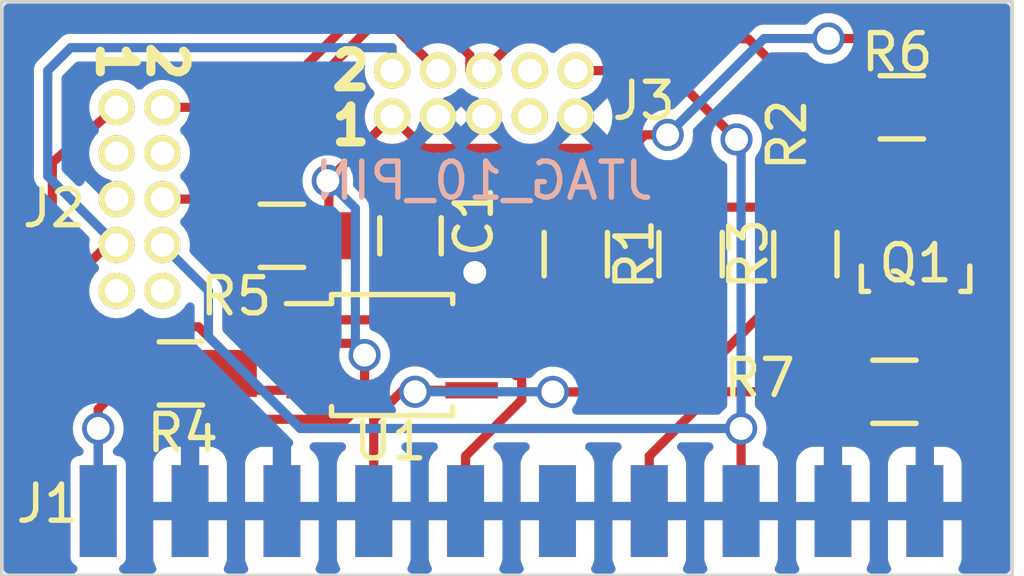
<source format=kicad_pcb>
(kicad_pcb (version 20221018) (generator pcbnew)
  (layers (0 "F.Cu" signal) (31 "B.Cu" signal) (34 "B.Paste" user) (35 "F.Paste" user) (36 "B.SilkS" user "B.Silkscreen") (37 "F.SilkS" user "F.Silkscreen") (38 "B.Mask" user) (39 "F.Mask" user) (44 "Edge.Cuts" user))
  (net 0 "")
  (net 1 "GND")
  (net 2 "Net-(J1-Pad3)")
  (net 3 "Net-(J1-Pad5)")
  (net 4 "Net-(J1-Pad11)")
  (net 5 "Net-(J1-Pad17)")
  (net 6 "3V3")
  (net 7 "Net-(J2-Pad4)")
  (net 8 "Net-(J2-Pad3)")
  (net 9 "Net-(J2-Pad9)")
  (net 10 "Net-(J2-Pad10)")
  (net 11 "Net-(J3-Pad8)")
  (net 12 "Net-(J3-Pad7)")
  (net 13 "/VREF")
  (net 14 "/ST_SDA")
  (net 15 "/ST_SCL")
  (net 16 "ST_SWO")
  (net 17 "/NRST")
  (net 18 "T_SWO")
  (net 19 "VCC")
  (net 20 "/T_SCL")
  (net 21 "/T_SDA")
  (net 22 "/EN")
  (footprint "Capacitors_SMD:C_0805_HandSoldering" (layer "F.Cu") (at 147.828 101.092 -90)
    (fp_text reference "C1" (at -0.4064 -1.7526 270) (layer "F.SilkS"))
    (fp_text value "0.1 uF")
    (fp_line (start -0.5 0.85) (end 0.5 0.85) (stroke (width 0.15)) (layer "F.SilkS"))
    (fp_line (start 0.5 -0.85) (end -0.5 -0.85) (stroke (width 0.15)) (layer "F.SilkS"))
    (pad "1" smd rect (at -1.25 0 270) (size 1.5 1.25) (layers "F.Cu" "F.Paste" "F.Mask") (net 6 "3V3"))
    (pad "2" smd rect (at 1.25 0 270) (size 1.5 1.25) (layers "F.Cu" "F.Paste" "F.Mask") (net 1 "GND"))
  )
  (footprint "NQBit:EDGE_CONNECTOR_2x10_2.54MM" (layer "F.Cu") (at 149.352 108.712)
    (fp_text reference "J1" (at -11.557 -0.2032) (layer "F.SilkS"))
    (fp_text value "JTAG_STLINKV2" hide)
    (pad "1" connect rect (at -10.16 0) (size 1.02 2.54) (layers "F.Cu" "F.Mask") (net 13 "/VREF"))
    (pad "2" connect rect (at -10.16 0) (size 1.02 2.54) (layers "B.Cu" "B.Mask") (net 13 "/VREF"))
    (pad "3" connect rect (at -7.62 0) (size 1.02 2.54) (layers "F.Cu" "F.Mask") (net 2 "Net-(J1-Pad3)"))
    (pad "4" connect rect (at -7.62 0) (size 1.02 2.54) (layers "B.Cu" "B.Mask") (net 1 "GND"))
    (pad "5" connect rect (at -5.08 0) (size 1.02 2.54) (layers "F.Cu" "F.Mask") (net 3 "Net-(J1-Pad5)"))
    (pad "6" connect rect (at -5.08 0) (size 1.02 2.54) (layers "B.Cu" "B.Mask") (net 1 "GND"))
    (pad "7" connect rect (at -2.54 0) (size 1.02 2.54) (layers "F.Cu" "F.Mask") (net 14 "/ST_SDA"))
    (pad "8" connect rect (at -2.54 0) (size 1.02 2.54) (layers "B.Cu" "B.Mask") (net 1 "GND"))
    (pad "9" connect rect (at 0 0) (size 1.02 2.54) (layers "F.Cu" "F.Mask") (net 15 "/ST_SCL"))
    (pad "10" connect rect (at 0 0) (size 1.02 2.54) (layers "B.Cu" "B.Mask") (net 1 "GND"))
    (pad "11" connect rect (at 2.54 0) (size 1.02 2.54) (layers "F.Cu" "F.Mask") (net 4 "Net-(J1-Pad11)"))
    (pad "12" connect rect (at 2.54 0) (size 1.02 2.54) (layers "B.Cu" "B.Mask") (net 1 "GND"))
    (pad "13" connect rect (at 5.08 0) (size 1.02 2.54) (layers "F.Cu" "F.Mask") (net 16 "ST_SWO"))
    (pad "14" connect rect (at 5.08 0) (size 1.02 2.54) (layers "B.Cu" "B.Mask") (net 1 "GND"))
    (pad "15" connect rect (at 7.62 0) (size 1.02 2.54) (layers "F.Cu" "F.Mask") (net 17 "/NRST"))
    (pad "16" connect rect (at 7.62 0) (size 1.02 2.54) (layers "B.Cu" "B.Mask") (net 1 "GND"))
    (pad "17" connect rect (at 10.16 0) (size 1.02 2.54) (layers "F.Cu" "F.Mask") (net 5 "Net-(J1-Pad17)"))
    (pad "18" connect rect (at 10.16 0) (size 1.02 2.54) (layers "B.Cu" "B.Mask") (net 1 "GND"))
    (pad "19" connect rect (at 12.7 0) (size 1.02 2.54) (layers "F.Cu" "F.Mask") (net 6 "3V3"))
    (pad "20" connect rect (at 12.7 0) (size 1.02 2.54) (layers "B.Cu" "B.Mask") (net 1 "GND"))
  )
  (footprint "NQBit:HEADER_PTH_MALE_2x5_1.27MM" (layer "F.Cu") (at 140.97 100.076 -90)
    (fp_text reference "J2" (at 0.254 2.9972) (layer "F.SilkS"))
    (fp_text value "PACKET_TRACE_PORT" hide)
    (pad "1" thru_hole circle (at -2.54 1.27 270) (size 1 1) (drill 0.65) (layers "*.Cu" "*.Mask" "F.SilkS") (net 19 "VCC"))
    (pad "2" thru_hole circle (at -2.54 0 270) (size 1 1) (drill 0.65) (layers "*.Cu" "*.Mask" "F.SilkS") (net 18 "T_SWO"))
    (pad "3" thru_hole circle (at -1.27 1.27 270) (size 1 1) (drill 0.65) (layers "*.Cu" "*.Mask" "F.SilkS") (net 8 "Net-(J2-Pad3)"))
    (pad "4" thru_hole circle (at -1.27 0 270) (size 1 1) (drill 0.65) (layers "*.Cu" "*.Mask" "F.SilkS") (net 7 "Net-(J2-Pad4)"))
    (pad "5" thru_hole circle (at 0 1.27 270) (size 1 1) (drill 0.65) (layers "*.Cu" "*.Mask" "F.SilkS") (net 1 "GND"))
    (pad "6" thru_hole circle (at 0 0 270) (size 1 1) (drill 0.65) (layers "*.Cu" "*.Mask" "F.SilkS") (net 20 "/T_SCL"))
    (pad "7" thru_hole circle (at 1.27 1.27 270) (size 1 1) (drill 0.65) (layers "*.Cu" "*.Mask" "F.SilkS") (net 21 "/T_SDA"))
    (pad "8" thru_hole circle (at 1.27 0 270) (size 1 1) (drill 0.65) (layers "*.Cu" "*.Mask" "F.SilkS") (net 17 "/NRST"))
    (pad "9" thru_hole circle (at 2.54 1.27 270) (size 1 1) (drill 0.65) (layers "*.Cu" "*.Mask" "F.SilkS") (net 9 "Net-(J2-Pad9)"))
    (pad "10" thru_hole circle (at 2.54 0 270) (size 1 1) (drill 0.65) (layers "*.Cu" "*.Mask" "F.SilkS") (net 10 "Net-(J2-Pad10)"))
  )
  (footprint "NQBit:HEADER_PTH_MALE_2x5_1.27MM" (layer "F.Cu") (at 149.86 96.52)
    (fp_text reference "J3" (at 4.4196 0.8382) (layer "F.SilkS"))
    (fp_text value "JTAG_10_PIN" (at 0 3.048) (layer "B.SilkS") (effects (justify mirror)))
    (pad "1" thru_hole circle (at -2.54 1.27) (size 1 1) (drill 0.65) (layers "*.Cu" "*.Mask" "F.SilkS") (net 19 "VCC"))
    (pad "2" thru_hole circle (at -2.54 0) (size 1 1) (drill 0.65) (layers "*.Cu" "*.Mask" "F.SilkS") (net 21 "/T_SDA"))
    (pad "3" thru_hole circle (at -1.27 1.27) (size 1 1) (drill 0.65) (layers "*.Cu" "*.Mask" "F.SilkS") (net 1 "GND"))
    (pad "4" thru_hole circle (at -1.27 0) (size 1 1) (drill 0.65) (layers "*.Cu" "*.Mask" "F.SilkS") (net 20 "/T_SCL"))
    (pad "5" thru_hole circle (at 0 1.27) (size 1 1) (drill 0.65) (layers "*.Cu" "*.Mask" "F.SilkS") (net 1 "GND"))
    (pad "6" thru_hole circle (at 0 0) (size 1 1) (drill 0.65) (layers "*.Cu" "*.Mask" "F.SilkS") (net 18 "T_SWO"))
    (pad "7" thru_hole circle (at 1.27 1.27) (size 1 1) (drill 0.65) (layers "*.Cu" "*.Mask" "F.SilkS") (net 12 "Net-(J3-Pad7)"))
    (pad "8" thru_hole circle (at 1.27 0) (size 1 1) (drill 0.65) (layers "*.Cu" "*.Mask" "F.SilkS") (net 11 "Net-(J3-Pad8)"))
    (pad "9" thru_hole circle (at 2.54 1.27) (size 1 1) (drill 0.65) (layers "*.Cu" "*.Mask" "F.SilkS") (net 1 "GND"))
    (pad "10" thru_hole circle (at 2.54 0) (size 1 1) (drill 0.65) (layers "*.Cu" "*.Mask" "F.SilkS") (net 17 "/NRST"))
  )
  (footprint "Resistors_SMD:R_0805_HandSoldering" (layer "F.Cu") (at 152.4 101.6 -90)
    (fp_text reference "R1" (at 0 -1.6256 270) (layer "F.SilkS"))
    (fp_text value "200k")
    (fp_line (start -0.6 -0.875) (end 0.6 -0.875) (stroke (width 0.15)) (layer "F.SilkS"))
    (fp_line (start 0.6 0.875) (end -0.6 0.875) (stroke (width 0.15)) (layer "F.SilkS"))
    (pad "1" smd rect (at -1.35 0 270) (size 1.5 1.3) (layers "F.Cu" "F.Paste" "F.Mask") (net 6 "3V3"))
    (pad "2" smd rect (at 1.35 0 270) (size 1.5 1.3) (layers "F.Cu" "F.Paste" "F.Mask") (net 22 "/EN"))
  )
  (footprint "Resistors_SMD:R_0805_HandSoldering" (layer "F.Cu") (at 158.75 101.6 -90)
    (fp_text reference "R2" (at -3.302 0.508 270) (layer "F.SilkS"))
    (fp_text value "1k")
    (fp_line (start -0.6 -0.875) (end 0.6 -0.875) (stroke (width 0.15)) (layer "F.SilkS"))
    (fp_line (start 0.6 0.875) (end -0.6 0.875) (stroke (width 0.15)) (layer "F.SilkS"))
    (pad "1" smd rect (at -1.35 0 270) (size 1.5 1.3) (layers "F.Cu" "F.Paste" "F.Mask") (net 6 "3V3"))
    (pad "2" smd rect (at 1.35 0 270) (size 1.5 1.3) (layers "F.Cu" "F.Paste" "F.Mask") (net 14 "/ST_SDA"))
  )
  (footprint "Resistors_SMD:R_0805_HandSoldering" (layer "F.Cu") (at 155.575 101.6 -90)
    (fp_text reference "R3" (at 0 -1.6002 270) (layer "F.SilkS"))
    (fp_text value "1k")
    (fp_line (start -0.6 -0.875) (end 0.6 -0.875) (stroke (width 0.15)) (layer "F.SilkS"))
    (fp_line (start 0.6 0.875) (end -0.6 0.875) (stroke (width 0.15)) (layer "F.SilkS"))
    (pad "1" smd rect (at -1.35 0 270) (size 1.5 1.3) (layers "F.Cu" "F.Paste" "F.Mask") (net 6 "3V3"))
    (pad "2" smd rect (at 1.35 0 270) (size 1.5 1.3) (layers "F.Cu" "F.Paste" "F.Mask") (net 15 "/ST_SCL"))
  )
  (footprint "Resistors_SMD:R_0805_HandSoldering" (layer "F.Cu") (at 141.478 104.902)
    (fp_text reference "R4" (at 0.0508 1.651) (layer "F.SilkS"))
    (fp_text value "1k")
    (fp_line (start -0.6 -0.875) (end 0.6 -0.875) (stroke (width 0.15)) (layer "F.SilkS"))
    (fp_line (start 0.6 0.875) (end -0.6 0.875) (stroke (width 0.15)) (layer "F.SilkS"))
    (pad "1" smd rect (at -1.35 0) (size 1.5 1.3) (layers "F.Cu" "F.Paste" "F.Mask") (net 19 "VCC"))
    (pad "2" smd rect (at 1.35 0) (size 1.5 1.3) (layers "F.Cu" "F.Paste" "F.Mask") (net 21 "/T_SDA"))
  )
  (footprint "Resistors_SMD:R_0805_HandSoldering" (layer "F.Cu") (at 144.272 101.092 180)
    (fp_text reference "R5" (at 1.27 -1.6764 180) (layer "F.SilkS"))
    (fp_text value "1k")
    (fp_line (start -0.6 -0.875) (end 0.6 -0.875) (stroke (width 0.15)) (layer "F.SilkS"))
    (fp_line (start 0.6 0.875) (end -0.6 0.875) (stroke (width 0.15)) (layer "F.SilkS"))
    (pad "1" smd rect (at -1.35 0 180) (size 1.5 1.3) (layers "F.Cu" "F.Paste" "F.Mask") (net 19 "VCC"))
    (pad "2" smd rect (at 1.35 0 180) (size 1.5 1.3) (layers "F.Cu" "F.Paste" "F.Mask") (net 20 "/T_SCL"))
  )
  (footprint "Housings_SSOP:MSOP-8_3x3mm_Pitch0.65mm" (layer "F.Cu") (at 147.32 104.394)
    (fp_text reference "U1" (at -0.0508 2.3876) (layer "F.SilkS"))
    (fp_text value "PCA9306" hide)
    (fp_line (start -1.675 -1.675) (end -1.675 -1.425) (stroke (width 0.15)) (layer "F.SilkS"))
    (fp_line (start -1.675 -1.675) (end 1.675 -1.675) (stroke (width 0.15)) (layer "F.SilkS"))
    (fp_line (start -1.675 -1.425) (end -2.925 -1.425) (stroke (width 0.15)) (layer "F.SilkS"))
    (fp_line (start -1.675 1.675) (end -1.675 1.425) (stroke (width 0.15)) (layer "F.SilkS"))
    (fp_line (start -1.675 1.675) (end 1.675 1.675) (stroke (width 0.15)) (layer "F.SilkS"))
    (fp_line (start 1.675 -1.675) (end 1.675 -1.425) (stroke (width 0.15)) (layer "F.SilkS"))
    (fp_line (start 1.675 1.675) (end 1.675 1.425) (stroke (width 0.15)) (layer "F.SilkS"))
    (pad "1" smd rect (at -2.2 -0.975) (size 1.45 0.45) (layers "F.Cu" "F.Paste" "F.Mask") (net 1 "GND"))
    (pad "2" smd rect (at -2.2 -0.325) (size 1.45 0.45) (layers "F.Cu" "F.Paste" "F.Mask") (net 19 "VCC"))
    (pad "3" smd rect (at -2.2 0.325) (size 1.45 0.45) (layers "F.Cu" "F.Paste" "F.Mask") (net 20 "/T_SCL"))
    (pad "4" smd rect (at -2.2 0.975) (size 1.45 0.45) (layers "F.Cu" "F.Paste" "F.Mask") (net 21 "/T_SDA"))
    (pad "5" smd rect (at 2.2 0.975) (size 1.45 0.45) (layers "F.Cu" "F.Paste" "F.Mask") (net 14 "/ST_SDA"))
    (pad "6" smd rect (at 2.2 0.325) (size 1.45 0.45) (layers "F.Cu" "F.Paste" "F.Mask") (net 15 "/ST_SCL"))
    (pad "7" smd rect (at 2.2 -0.325) (size 1.45 0.45) (layers "F.Cu" "F.Paste" "F.Mask") (net 6 "3V3"))
    (pad "8" smd rect (at 2.2 -0.975) (size 1.45 0.45) (layers "F.Cu" "F.Paste" "F.Mask") (net 22 "/EN"))
  )
  (footprint "TO_SOT_Packages_SMD:SOT-23_Handsoldering" (layer "F.Cu") (at 161.798 101.981 180)
    (fp_text reference "Q1" (at 0 0.127 180) (layer "F.SilkS"))
    (fp_text value "BSS138")
    (fp_line (start -1.49982 -0.65024) (end -1.2509 -0.65024) (stroke (width 0.15)) (layer "F.SilkS"))
    (fp_line (start -1.49982 0.0508) (end -1.49982 -0.65024) (stroke (width 0.15)) (layer "F.SilkS"))
    (fp_line (start 1.29916 -0.65024) (end 1.49982 -0.65024) (stroke (width 0.15)) (layer "F.SilkS"))
    (fp_line (start 1.49982 -0.65024) (end 1.49982 0.0508) (stroke (width 0.15)) (layer "F.SilkS"))
    (pad "1" smd rect (at -0.95 1.50114 180) (size 0.8001 1.80086) (layers "F.Cu" "F.Paste" "F.Mask") (net 19 "VCC"))
    (pad "2" smd rect (at 0.95 1.50114 180) (size 0.8001 1.80086) (layers "F.Cu" "F.Paste" "F.Mask") (net 18 "T_SWO"))
    (pad "3" smd rect (at 0 -1.50114 180) (size 0.8001 1.80086) (layers "F.Cu" "F.Paste" "F.Mask") (net 16 "ST_SWO"))
  )
  (footprint "Resistors_SMD:R_0805_HandSoldering" (layer "F.Cu") (at 161.417 97.536 180)
    (fp_text reference "R6" (at 0.127 1.524 180) (layer "F.SilkS"))
    (fp_text value "10k")
    (fp_line (start -0.6 -0.875) (end 0.6 -0.875) (stroke (width 0.15)) (layer "F.SilkS"))
    (fp_line (start 0.6 0.875) (end -0.6 0.875) (stroke (width 0.15)) (layer "F.SilkS"))
    (pad "1" smd rect (at -1.35 0 180) (size 1.5 1.3) (layers "F.Cu" "F.Paste" "F.Mask") (net 19 "VCC"))
    (pad "2" smd rect (at 1.35 0 180) (size 1.5 1.3) (layers "F.Cu" "F.Paste" "F.Mask") (net 18 "T_SWO"))
  )
  (footprint "Resistors_SMD:R_0805_HandSoldering" (layer "F.Cu") (at 161.21 105.41 180)
    (fp_text reference "R7" (at 3.73 0.381 180) (layer "F.SilkS"))
    (fp_text value "10k")
    (fp_line (start -0.6 -0.875) (end 0.6 -0.875) (stroke (width 0.15)) (layer "F.SilkS"))
    (fp_line (start 0.6 0.875) (end -0.6 0.875) (stroke (width 0.15)) (layer "F.SilkS"))
    (pad "1" smd rect (at -1.35 0 180) (size 1.5 1.3) (layers "F.Cu" "F.Paste" "F.Mask") (net 6 "3V3"))
    (pad "2" smd rect (at 1.35 0 180) (size 1.5 1.3) (layers "F.Cu" "F.Paste" "F.Mask") (net 16 "ST_SWO"))
  )
  (gr_line (start 136.525 110.49) (end 136.525 94.615) (stroke (width 0.1)) (layer "Edge.Cuts"))
  (gr_line (start 164.465 94.615) (end 164.465 110.49) (stroke (width 0.1)) (layer "Edge.Cuts"))
  (gr_line (start 136.525 94.615) (end 164.465 94.615) (stroke (width 0.1)) (layer "Edge.Cuts"))
  (gr_line (start 164.465 110.49) (end 136.525 110.49) (stroke (width 0.1)) (layer "Edge.Cuts"))
  (gr_text "2" (at 146.177 96.52) (layer "F.SilkS") (effects (font (size 1 1) (thickness 0.25))))
  (gr_text "1" (at 139.7 96.266 270) (layer "F.SilkS") (effects (font (size 1 1) (thickness 0.25))))
  (gr_text "1" (at 146.177 98.044) (layer "F.SilkS") (effects (font (size 1 1) (thickness 0.25))))
  (gr_text "2" (at 141.097 96.266 270) (layer "F.SilkS") (effects (font (size 1 1) (thickness 0.25))))
  (segment (start 147.27936 103.41864) (end 147.828 102.87) (width 0.254) (layer "F.Cu") (net 1))
  (segment (start 147.828 102.87) (end 147.828 102.0445) (width 0.254) (layer "F.Cu") (net 1))
  (segment (start 149.5425 102.0445) (end 149.606 102.108) (width 0.254) (layer "F.Cu") (net 1))
  (segment (start 145.01876 103.41864) (end 147.27936 103.41864) (width 0.254) (layer "F.Cu") (net 1))
  (segment (start 147.828 102.0445) (end 149.5425 102.0445) (width 0.254) (layer "F.Cu") (net 1))
  (via (at 149.606 102.108) (size 0.889) (drill 0.635) (layers "F.Cu" "B.Cu") (net 1))
  (segment (start 151.433198 104.069) (end 151.445199 104.081001) (width 0.254) (layer "F.Cu") (net 6))
  (segment (start 162.56 104.506) (end 162.814 104.252) (width 0.254) (layer "F.Cu") (net 6))
  (segment (start 162.56 106.426) (end 162.052 106.934) (width 0.254) (layer "F.Cu") (net 6))
  (segment (start 162.56 105.41) (end 162.56 104.506) (width 0.254) (layer "F.Cu") (net 6))
  (segment (start 155.575 100.29952) (end 158.75 100.29952) (width 0.254) (layer "F.Cu") (net 6))
  (segment (start 147.828 99.842) (end 151.992 99.842) (width 0.254) (layer "F.Cu") (net 6))
  (segment (start 162.56 105.41) (end 162.56 106.426) (width 0.254) (layer "F.Cu") (net 6))
  (segment (start 153.431001 104.004801) (end 153.431001 101.381001) (width 0.254) (layer "F.Cu") (net 6))
  (segment (start 151.992 99.842) (end 152.4 100.25) (width 0.254) (layer "F.Cu") (net 6))
  (segment (start 153.431001 101.381001) (end 152.4 100.35) (width 0.254) (layer "F.Cu") (net 6))
  (segment (start 160.161291 101.761291) (end 158.75 100.35) (width 0.254) (layer "F.Cu") (net 6))
  (segment (start 152.4 100.29952) (end 155.575 100.29952) (width 0.254) (layer "F.Cu") (net 6))
  (segment (start 162.814 102.511858) (end 162.063433 101.761291) (width 0.254) (layer "F.Cu") (net 6))
  (segment (start 158.75 100.35) (end 158.75 100.25) (width 0.254) (layer "F.Cu") (net 6))
  (segment (start 152.4 100.35) (end 152.4 100.25) (width 0.254) (layer "F.Cu") (net 6))
  (segment (start 162.052 106.934) (end 162.052 108.712) (width 0.254) (layer "F.Cu") (net 6))
  (segment (start 153.354801 104.081001) (end 153.431001 104.004801) (width 0.254) (layer "F.Cu") (net 6))
  (segment (start 149.52 104.069) (end 151.433198 104.069) (width 0.254) (layer "F.Cu") (net 6))
  (segment (start 162.063433 101.761291) (end 160.161291 101.761291) (width 0.254) (layer "F.Cu") (net 6))
  (segment (start 162.814 104.252) (end 162.814 102.511858) (width 0.254) (layer "F.Cu") (net 6))
  (segment (start 151.445199 104.081001) (end 153.354801 104.081001) (width 0.254) (layer "F.Cu") (net 6))
  (segment (start 141.224 102.87) (end 141.224 102.90048) (width 0.254) (layer "F.Cu") (net 10))
  (segment (start 139.192 106.426) (end 139.192 105.88752) (width 0.254) (layer "F.Cu") (net 13))
  (segment (start 139.192 108.712) (end 139.192 106.426) (width 0.254) (layer "F.Cu") (net 13))
  (via (at 139.192 106.426) (size 0.889) (drill 0.635) (layers "F.Cu" "B.Cu") (net 13))
  (segment (start 139.192 108.712) (end 139.192 106.426) (width 0.254) (layer "B.Cu") (net 13))
  (segment (start 147.61464 105.36936) (end 146.812 106.172) (width 0.254) (layer "F.Cu") (net 14))
  (segment (start 146.812 106.172) (end 146.812 108.712) (width 0.254) (layer "F.Cu") (net 14))
  (segment (start 147.99564 105.36936) (end 147.955 105.41) (width 0.254) (layer "F.Cu") (net 14))
  (segment (start 158.71952 102.90048) (end 158.75 102.90048) (width 0.254) (layer "F.Cu") (net 14))
  (segment (start 157.846 102.95) (end 155.381469 105.414531) (width 0.254) (layer "F.Cu") (net 14))
  (segment (start 155.381469 105.414531) (end 152.393617 105.414531) (width 0.254) (layer "F.Cu") (net 14))
  (segment (start 149.62124 105.36936) (end 147.99564 105.36936) (width 0.254) (layer "F.Cu") (net 14))
  (segment (start 152.393617 105.414531) (end 151.765 105.414531) (width 0.254) (layer "F.Cu") (net 14))
  (segment (start 158.75 102.95) (end 157.846 102.95) (width 0.254) (layer "F.Cu") (net 14))
  (segment (start 149.62124 105.36936) (end 147.61464 105.36936) (width 0.254) (layer "F.Cu") (net 14))
  (via (at 151.765 105.414531) (size 0.889) (drill 0.635) (layers "F.Cu" "B.Cu") (net 14))
  (via (at 147.955 105.41) (size 0.889) (drill 0.635) (layers "F.Cu" "B.Cu") (net 14))
  (segment (start 151.760469 105.41) (end 151.765 105.414531) (width 0.254) (layer "B.Cu") (net 14))
  (segment (start 147.955 105.41) (end 151.760469 105.41) (width 0.254) (layer "B.Cu") (net 14))
  (segment (start 153.886468 104.589012) (end 155.575 102.90048) (width 0.254) (layer "F.Cu") (net 15))
  (segment (start 149.352 108.712) (end 149.352 107.188) (width 0.254) (layer "F.Cu") (net 15))
  (segment (start 150.73801 104.95801) (end 150.903426 104.95801) (width 0.254) (layer "F.Cu") (net 15))
  (segment (start 149.52 104.719) (end 150.499 104.719) (width 0.254) (layer "F.Cu") (net 15))
  (segment (start 150.499 104.719) (end 150.73801 104.95801) (width 0.254) (layer "F.Cu") (net 15))
  (segment (start 150.903426 105.636574) (end 150.903426 104.95801) (width 0.254) (layer "F.Cu") (net 15))
  (segment (start 149.352 107.188) (end 150.903426 105.636574) (width 0.254) (layer "F.Cu") (net 15))
  (segment (start 151.272424 104.589012) (end 153.886468 104.589012) (width 0.254) (layer "F.Cu") (net 15))
  (segment (start 150.903426 104.95801) (end 151.272424 104.589012) (width 0.254) (layer "F.Cu") (net 15))
  (segment (start 161.798 103.98252) (end 160.37052 105.41) (width 0.254) (layer "F.Cu") (net 16))
  (segment (start 159.86 105.41) (end 156.21 105.41) (width 0.254) (layer "F.Cu") (net 16))
  (segment (start 160.37052 105.41) (end 159.86 105.41) (width 0.254) (layer "F.Cu") (net 16))
  (segment (start 161.798 103.48214) (end 161.798 103.98252) (width 0.254) (layer "F.Cu") (net 16))
  (segment (start 156.21 105.41) (end 154.432 107.188) (width 0.254) (layer "F.Cu") (net 16))
  (segment (start 154.432 107.188) (end 154.432 108.712) (width 0.254) (layer "F.Cu") (net 16))
  (segment (start 154.94 96.52) (end 156.845 98.425) (width 0.254) (layer "F.Cu") (net 17))
  (segment (start 152.4 96.52) (end 154.94 96.52) (width 0.254) (layer "F.Cu") (net 17))
  (segment (start 156.972 108.712) (end 156.972 106.426) (width 0.254) (layer "F.Cu") (net 17))
  (via (at 156.845 98.425) (size 0.889) (drill 0.635) (layers "F.Cu" "B.Cu") (net 17))
  (via (at 156.972 106.426) (size 0.889) (drill 0.635) (layers "F.Cu" "B.Cu") (net 17))
  (segment (start 156.972 106.426) (end 144.78 106.426) (width 0.254) (layer "B.Cu") (net 17))
  (segment (start 144.78 106.426) (end 142.24 103.886) (width 0.254) (layer "B.Cu") (net 17))
  (segment (start 142.24 103.886) (end 142.24 102.616) (width 0.254) (layer "B.Cu") (net 17))
  (segment (start 142.24 102.616) (end 140.97 101.346) (width 0.254) (layer "B.Cu") (net 17))
  (segment (start 156.845 98.425) (end 156.972 98.552) (width 0.254) (layer "B.Cu") (net 17))
  (segment (start 156.972 98.552) (end 156.972 106.426) (width 0.254) (layer "B.Cu") (net 17))
  (segment (start 150.359999 96.020001) (end 149.86 96.52) (width 0.254) (layer "F.Cu") (net 18))
  (segment (start 143.777086 97.536) (end 140.97 97.536) (width 0.254) (layer "F.Cu") (net 18))
  (segment (start 149.86 96.52) (end 149.471001 96.52) (width 0.254) (layer "F.Cu") (net 18))
  (segment (start 150.741001 95.638999) (end 150.359999 96.020001) (width 0.254) (layer "F.Cu") (net 18))
  (segment (start 159.063 97.536) (end 157.165999 95.638999) (width 0.254) (layer "F.Cu") (net 18))
  (segment (start 149.471001 96.097119) (end 148.242882 94.869001) (width 0.254) (layer "F.Cu") (net 18))
  (segment (start 146.444084 94.869002) (end 143.777086 97.536) (width 0.254) (layer "F.Cu") (net 18))
  (segment (start 149.471001 96.52) (end 149.471001 96.097119) (width 0.254) (layer "F.Cu") (net 18))
  (segment (start 148.242882 94.869001) (end 146.444084 94.869002) (width 0.254) (layer "F.Cu") (net 18))
  (segment (start 160.848 98.317) (end 160.067 97.536) (width 0.254) (layer "F.Cu") (net 18))
  (segment (start 157.165999 95.638999) (end 150.741001 95.638999) (width 0.254) (layer "F.Cu") (net 18))
  (segment (start 160.848 100.47986) (end 160.848 98.317) (width 0.254) (layer "F.Cu") (net 18))
  (segment (start 160.067 97.536) (end 159.063 97.536) (width 0.254) (layer "F.Cu") (net 18))
  (segment (start 138.684 104.902) (end 137.922 103.378) (width 0.254) (layer "F.Cu") (net 19))
  (segment (start 137.922 103.378) (end 137.922 99.06) (width 0.254) (layer "F.Cu") (net 19))
  (segment (start 137.922 99.06) (end 139.7 97.536) (width 0.254) (layer "F.Cu") (net 19))
  (segment (start 139.192 105.88752) (end 140.17752 104.902) (width 0.254) (layer "F.Cu") (net 19))
  (segment (start 146.23288 104.06888) (end 146.558 104.394) (width 0.254) (layer "F.Cu") (net 19))
  (segment (start 145.542 99.568) (end 145.57248 99.59848) (width 0.254) (layer "F.Cu") (net 19))
  (segment (start 145.57248 99.59848) (end 145.57248 101.092) (width 0.254) (layer "F.Cu") (net 19))
  (segment (start 146.558 105.664) (end 146.05 106.172) (width 0.254) (layer "F.Cu") (net 19))
  (segment (start 146.05 106.172) (end 141.44752 106.172) (width 0.254) (layer "F.Cu") (net 19))
  (segment (start 141.44752 106.172) (end 140.17752 104.902) (width 0.254) (layer "F.Cu") (net 19))
  (segment (start 162.767 97.536) (end 162.767 100.46086) (width 0.254) (layer "F.Cu") (net 19))
  (segment (start 145.01876 104.06888) (end 146.23288 104.06888) (width 0.254) (layer "F.Cu") (net 19))
  (segment (start 140.17752 104.902) (end 138.684 104.902) (width 0.254) (layer "F.Cu") (net 19))
  (segment (start 147.819999 98.289999) (end 147.32 97.79) (width 0.254) (layer "F.Cu") (net 19))
  (segment (start 153.938382 98.671001) (end 148.201001 98.671001) (width 0.254) (layer "F.Cu") (net 19))
  (segment (start 147.32 97.79) (end 145.542 99.568) (width 0.254) (layer "F.Cu") (net 19))
  (segment (start 162.767 97.536) (end 162.667 97.536) (width 0.254) (layer "F.Cu") (net 19))
  (segment (start 160.762 95.631) (end 159.385 95.631) (width 0.254) (layer "F.Cu") (net 19))
  (segment (start 146.558 104.394) (end 146.558 105.664) (width 0.254) (layer "F.Cu") (net 19))
  (segment (start 162.667 97.536) (end 160.762 95.631) (width 0.254) (layer "F.Cu") (net 19))
  (segment (start 148.201001 98.671001) (end 147.819999 98.289999) (width 0.254) (layer "F.Cu") (net 19))
  (segment (start 162.767 100.46086) (end 162.748 100.47986) (width 0.254) (layer "F.Cu") (net 19))
  (segment (start 154.94 98.298) (end 154.311383 98.298) (width 0.254) (layer "F.Cu") (net 19))
  (segment (start 154.311383 98.298) (end 153.938382 98.671001) (width 0.254) (layer "F.Cu") (net 19))
  (via (at 146.558 104.394) (size 0.889) (drill 0.635) (layers "F.Cu" "B.Cu") (net 19))
  (via (at 145.542 99.568) (size 0.889) (drill 0.635) (layers "F.Cu" "B.Cu") (net 19))
  (via (at 154.94 98.298) (size 0.889) (drill 0.635) (layers "F.Cu" "B.Cu") (net 19))
  (via (at 159.385 95.631) (size 0.889) (drill 0.635) (layers "F.Cu" "B.Cu") (net 19))
  (segment (start 146.558 104.394) (end 146.304 104.14) (width 0.254) (layer "B.Cu") (net 19))
  (segment (start 146.304 104.14) (end 146.304 100.33) (width 0.254) (layer "B.Cu") (net 19))
  (segment (start 146.304 100.33) (end 145.542 99.568) (width 0.254) (layer "B.Cu") (net 19))
  (segment (start 159.385 95.631) (end 157.607 95.631) (width 0.254) (layer "B.Cu") (net 19))
  (segment (start 157.607 95.631) (end 154.94 98.298) (width 0.254) (layer "B.Cu") (net 19))
  (segment (start 141.95552 100.076) (end 142.97152 101.092) (width 0.254) (layer "F.Cu") (net 20))
  (segment (start 144.08912 104.71912) (end 144.018 104.648) (width 0.254) (layer "F.Cu") (net 20))
  (segment (start 144.018 104.648) (end 144.018 102.13848) (width 0.254) (layer "F.Cu") (net 20))
  (segment (start 144.018 102.13848) (end 142.97152 101.092) (width 0.254) (layer "F.Cu") (net 20))
  (segment (start 141.95552 100.076) (end 140.97 100.076) (width 0.254) (layer "F.Cu") (net 20))
  (segment (start 142.97152 101.092) (end 142.748 101.092) (width 0.254) (layer "F.Cu") (net 20))
  (segment (start 145.01876 104.71912) (end 144.08912 104.71912) (width 0.254) (layer "F.Cu") (net 20))
  (segment (start 148.59 96.52) (end 147.447011 95.377011) (width 0.254) (layer "F.Cu") (net 20))
  (segment (start 146.654509 95.377011) (end 141.95552 100.076) (width 0.254) (layer "F.Cu") (net 20))
  (segment (start 147.447011 95.377011) (end 146.654509 95.377011) (width 0.254) (layer "F.Cu") (net 20))
  (segment (start 139.446 101.346) (end 138.684 102.108) (width 0.254) (layer "F.Cu") (net 21))
  (segment (start 138.684 102.108) (end 138.684 103.124) (width 0.254) (layer "F.Cu") (net 21))
  (segment (start 138.684 103.124) (end 139.192 103.632) (width 0.254) (layer "F.Cu") (net 21))
  (segment (start 139.192 103.632) (end 141.96568 103.61168) (width 0.254) (layer "F.Cu") (net 21))
  (segment (start 142.77848 104.42448) (end 141.96568 103.61168) (width 0.254) (layer "F.Cu") (net 21))
  (segment (start 142.77848 104.902) (end 142.77848 104.87152) (width 0.254) (layer "F.Cu") (net 21))
  (segment (start 142.77848 104.902) (end 142.77848 104.42448) (width 0.254) (layer "F.Cu") (net 21))
  (segment (start 143.24584 105.36936) (end 142.77848 104.902) (width 0.254) (layer "F.Cu") (net 21))
  (segment (start 145.01876 105.36936) (end 143.24584 105.36936) (width 0.254) (layer "F.Cu") (net 21))
  (segment (start 147.32 95.885) (end 138.43 95.885) (width 0.254) (layer "B.Cu") (net 21))
  (segment (start 138.43 95.885) (end 137.795 96.52) (width 0.254) (layer "B.Cu") (net 21))
  (segment (start 137.795 96.52) (end 137.795 99.441) (width 0.254) (layer "B.Cu") (net 21))
  (segment (start 137.795 99.441) (end 139.7 101.346) (width 0.254) (layer "B.Cu") (net 21))
  (segment (start 139.7 101.346) (end 139.446 101.346) (width 0.254) (layer "B.Cu") (net 21))
  (segment (start 147.32 96.52) (end 147.32 95.885) (width 0.254) (layer "B.Cu") (net 21))
  (segment (start 151.88184 103.41864) (end 152.4 102.90048) (width 0.254) (layer "F.Cu") (net 22))
  (segment (start 152.4 102.95) (end 149.989 102.95) (width 0.254) (layer "F.Cu") (net 22))
  (segment (start 149.989 102.95) (end 149.52 103.419) (width 0.254) (layer "F.Cu") (net 22))
  (zone (net 1) (net_name "GND") (layer "B.Cu") (connect_pads (clearance 0.2)) (min_thickness 0.254) (fill yes (thermal_gap 0.508) (thermal_bridge_width 0.508))
    (polygon (pts (xy 164.465 94.615) (xy 136.525 94.615) (xy 136.525 110.49) (xy 164.465 110.49)))
  )
)
</source>
